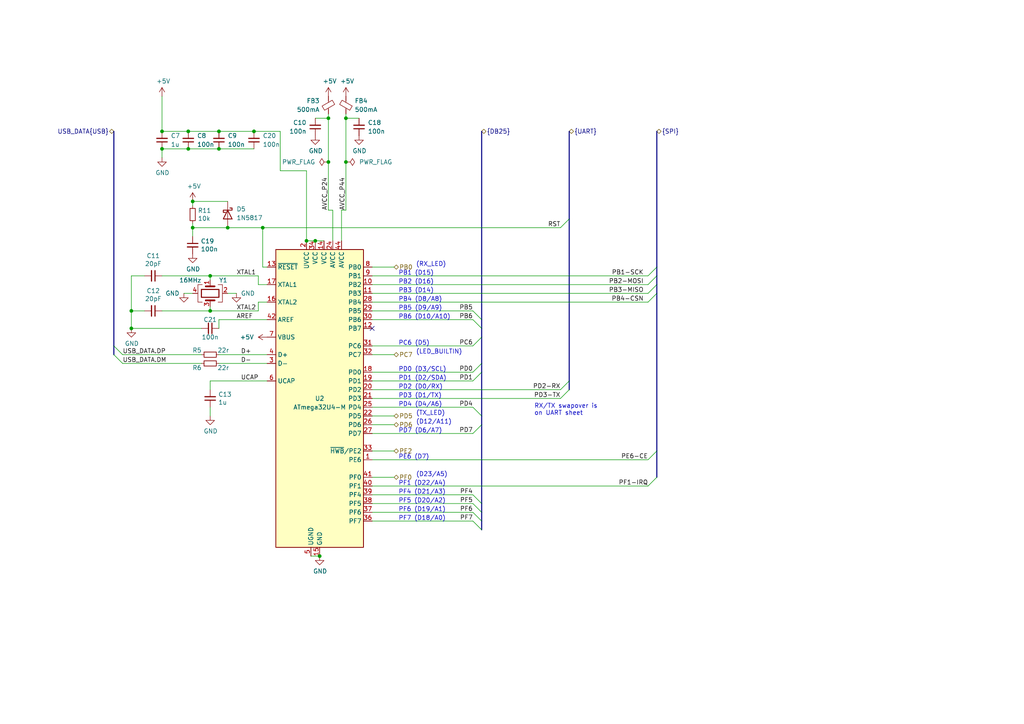
<source format=kicad_sch>
(kicad_sch (version 20211123) (generator eeschema)
  (paper "A4")
  (title_block (title "OpenRetroPad") (date "2022-12-29") (rev "2") (comment 3 "github.com/OpenRetroPad") (comment 4 "ATmega32u4"))
  (lib_symbols
    (symbol "Device:C_Small" (pin_numbers hide) (pin_names (offset 0.254) hide)
      (property "Reference" "C" (at 0.254 1.778 0))
      (property "Value" "C_Small" (at 0.254 -2.032 0))
      (symbol "C_Small_0_1"
        (polyline (pts (xy -1.524 -0.508) (xy 1.524 -0.508)) (stroke (width 0.3302)))
        (polyline (pts (xy -1.524 0.508) (xy 1.524 0.508)) (stroke (width 0.3048)))
      )
      (symbol "C_Small_1_1"
        (pin passive line (at 0 2.54 270) (length 2.032) (name "~") (number "1"))
        (pin passive line (at 0 -2.54 90) (length 2.032) (name "~") (number "2"))
      )
    )
    (symbol "Device:Crystal_GND24" (pin_names (offset 1.016) hide)
      (property "Reference" "Y" (at 3.175 5.08 0))
      (property "Value" "Crystal_GND24" (at 3.175 3.175 0))
      (symbol "Crystal_GND24_0_1"
        (rectangle (start -1.143 2.54) (end 1.143 -2.54) (stroke (width 0.3048)))
        (polyline (pts (xy -2.54 0) (xy -2.032 0)))
        (polyline (pts (xy -2.032 -1.27) (xy -2.032 1.27)) (stroke (width 0.508)))
        (polyline (pts (xy 0 -3.81) (xy 0 -3.556)))
        (polyline (pts (xy 0 3.556) (xy 0 3.81)))
        (polyline (pts (xy 2.032 -1.27) (xy 2.032 1.27)) (stroke (width 0.508)))
        (polyline (pts (xy 2.032 0) (xy 2.54 0)))
        (polyline (pts (xy -2.54 -2.286) (xy -2.54 -3.556) (xy 2.54 -3.556) (xy 2.54 -2.286)))
        (polyline (pts (xy -2.54 2.286) (xy -2.54 3.556) (xy 2.54 3.556) (xy 2.54 2.286)))
      )
      (symbol "Crystal_GND24_1_1"
        (pin passive line (at -3.81 0 0) (length 1.27) (name "1") (number "1"))
        (pin passive line (at 0 5.08 270) (length 1.27) (name "2") (number "2"))
        (pin passive line (at 3.81 0 180) (length 1.27) (name "3") (number "3"))
        (pin passive line (at 0 -5.08 90) (length 1.27) (name "4") (number "4"))
      )
    )
    (symbol "Device:FerriteBead_Small" (pin_numbers hide) (pin_names (offset 0))
      (property "Reference" "FB" (at 1.905 1.27 0))
      (property "Value" "FerriteBead_Small" (at 1.905 -1.27 0))
      (symbol "FerriteBead_Small_0_1"
        (polyline (pts (xy 0 -1.27) (xy 0 -0.7874)))
        (polyline (pts (xy 0 0.889) (xy 0 1.2954)))
        (polyline (pts (xy -1.8288 0.2794) (xy -1.1176 1.4986) (xy 1.8288 -0.2032) (xy 1.1176 -1.4224) (xy -1.8288 0.2794)))
      )
      (symbol "FerriteBead_Small_1_1"
        (pin passive line (at 0 2.54 270) (length 1.27) (name "~") (number "1"))
        (pin passive line (at 0 -2.54 90) (length 1.27) (name "~") (number "2"))
      )
    )
    (symbol "Device:R_Small" (pin_numbers hide) (pin_names (offset 0.254) hide)
      (property "Reference" "R" (at 0.762 0.508 0))
      (property "Value" "R_Small" (at 0.762 -1.016 0))
      (symbol "R_Small_0_1"
        (rectangle (start -0.762 1.778) (end 0.762 -1.778) (stroke (width 0.2032)))
      )
      (symbol "R_Small_1_1"
        (pin passive line (at 0 2.54 270) (length 0.762) (name "~") (number "1"))
        (pin passive line (at 0 -2.54 90) (length 0.762) (name "~") (number "2"))
      )
    )
    (symbol "Diode:1N5817" (pin_numbers hide) (pin_names (offset 1.016) hide)
      (property "Reference" "D" (at 0 2.54 0))
      (property "Value" "1N5817" (at 0 -2.54 0))
      (symbol "1N5817_0_1"
        (polyline (pts (xy 1.27 0) (xy -1.27 0)))
        (polyline (pts (xy 1.27 1.27) (xy 1.27 -1.27) (xy -1.27 0) (xy 1.27 1.27)) (stroke (width 0.254)))
        (polyline (pts (xy -1.905 0.635) (xy -1.905 1.27) (xy -1.27 1.27) (xy -1.27 -1.27) (xy -0.635 -1.27) (xy -0.635 -0.635)) (stroke (width 0.254)))
      )
      (symbol "1N5817_1_1"
        (pin passive line (at -3.81 0 0) (length 2.54) (name "K") (number "1"))
        (pin passive line (at 3.81 0 180) (length 2.54) (name "A") (number "2"))
      )
    )
    (symbol "OpenRetroPad:ATmega32U4-M"
      (property "Reference" "U2" (at 0 0 0))
      (property "Value" "ATmega32U4-M" (at 0 -2.54 0))
      (symbol "ATmega32U4-M_0_1"
        (rectangle (start -12.7 -43.18) (end 12.7 43.18) (stroke (width 0.254)) (fill (type background)))
      )
      (symbol "ATmega32U4-M_1_1"
        (pin bidirectional line (at 15.24 -17.78 180) (length 2.54) (name "PE6") (number "1"))
        (pin bidirectional line (at 15.24 33.02 180) (length 2.54) (name "PB2") (number "10"))
        (pin bidirectional line (at 15.24 30.48 180) (length 2.54) (name "PB3") (number "11"))
        (pin bidirectional line (at 15.24 20.32 180) (length 2.54) (name "PB7") (number "12"))
        (pin input line (at -15.24 38.1 0) (length 2.54) (name "~{RESET}") (number "13"))
        (pin power_in line (at 1.27 45.72 270) (length 2.54) (name "VCC") (number "14"))
        (pin power_in line (at 0 -45.72 90) (length 2.54) (name "GND") (number "15"))
        (pin output line (at -15.24 27.94 0) (length 2.54) (name "XTAL2") (number "16"))
        (pin input line (at -15.24 33.02 0) (length 2.54) (name "XTAL1") (number "17"))
        (pin bidirectional line (at 15.24 7.62 180) (length 2.54) (name "PD0") (number "18"))
        (pin bidirectional line (at 15.24 5.08 180) (length 2.54) (name "PD1") (number "19"))
        (pin power_in line (at -3.81 45.72 270) (length 2.54) (name "UVCC") (number "2"))
        (pin bidirectional line (at 15.24 2.54 180) (length 2.54) (name "PD2") (number "20"))
        (pin bidirectional line (at 15.24 0 180) (length 2.54) (name "PD3") (number "21"))
        (pin bidirectional line (at 15.24 -5.08 180) (length 2.54) (name "PD5") (number "22"))
        (pin passive line (at 0 -45.72 90) (length 2.54) hide (name "GND") (number "23"))
        (pin power_in line (at 3.81 45.72 270) (length 2.54) (name "AVCC") (number "24"))
        (pin bidirectional line (at 15.24 -2.54 180) (length 2.54) (name "PD4") (number "25"))
        (pin bidirectional line (at 15.24 -7.62 180) (length 2.54) (name "PD6") (number "26"))
        (pin bidirectional line (at 15.24 -10.16 180) (length 2.54) (name "PD7") (number "27"))
        (pin bidirectional line (at 15.24 27.94 180) (length 2.54) (name "PB4") (number "28"))
        (pin bidirectional line (at 15.24 25.4 180) (length 2.54) (name "PB5") (number "29"))
        (pin bidirectional line (at -15.24 10.16 0) (length 2.54) (name "D-") (number "3"))
        (pin bidirectional line (at 15.24 22.86 180) (length 2.54) (name "PB6") (number "30"))
        (pin bidirectional line (at 15.24 15.24 180) (length 2.54) (name "PC6") (number "31"))
        (pin bidirectional line (at 15.24 12.7 180) (length 2.54) (name "PC7") (number "32"))
        (pin bidirectional line (at 15.24 -15.24 180) (length 2.54) (name "~{HWB}/PE2") (number "33"))
        (pin power_in line (at -1.27 45.72 270) (length 2.54) (name "VCC") (number "34"))
        (pin passive line (at 0 -45.72 90) (length 2.54) hide (name "GND") (number "35"))
        (pin bidirectional line (at 15.24 -35.56 180) (length 2.54) (name "PF7") (number "36"))
        (pin bidirectional line (at 15.24 -33.02 180) (length 2.54) (name "PF6") (number "37"))
        (pin bidirectional line (at 15.24 -30.48 180) (length 2.54) (name "PF5") (number "38"))
        (pin bidirectional line (at 15.24 -27.94 180) (length 2.54) (name "PF4") (number "39"))
        (pin bidirectional line (at -15.24 12.7 0) (length 2.54) (name "D+") (number "4"))
        (pin bidirectional line (at 15.24 -25.4 180) (length 2.54) (name "PF1") (number "40"))
        (pin bidirectional line (at 15.24 -22.86 180) (length 2.54) (name "PF0") (number "41"))
        (pin passive line (at -15.24 22.86 0) (length 2.54) (name "AREF") (number "42"))
        (pin passive line (at 0 -45.72 90) (length 2.54) hide (name "GND") (number "43"))
        (pin power_in line (at 6.35 45.72 270) (length 2.54) (name "AVCC") (number "44"))
        (pin passive line (at -2.54 -45.72 90) (length 2.54) (name "UGND") (number "5"))
        (pin passive line (at -15.24 5.08 0) (length 2.54) (name "UCAP") (number "6"))
        (pin input line (at -15.24 17.78 0) (length 2.54) (name "VBUS") (number "7"))
        (pin bidirectional line (at 15.24 38.1 180) (length 2.54) (name "PB0") (number "8"))
        (pin bidirectional line (at 15.24 35.56 180) (length 2.54) (name "PB1") (number "9"))
      )
    )
    (symbol "power:+5V" (power) (pin_names (offset 0))
      (property "Value" "+5V" (at 0 3.556 0))
      (symbol "+5V_0_1"
        (polyline (pts (xy -0.762 1.27) (xy 0 2.54)))
        (polyline (pts (xy 0 0) (xy 0 2.54)))
        (polyline (pts (xy 0 2.54) (xy 0.762 1.27)))
      )
      (symbol "+5V_1_1"
        (pin power_in line (at 0 0 90) (length 0) hide (name "+5V") (number "1"))
      )
    )
    (symbol "power:GND" (power) (pin_names (offset 0))
      (property "Value" "GND" (at 0 -3.81 0))
      (symbol "GND_0_1"
        (polyline (pts (xy 0 0) (xy 0 -1.27) (xy 1.27 -1.27) (xy 0 -2.54) (xy -1.27 -1.27) (xy 0 -1.27)))
      )
      (symbol "GND_1_1"
        (pin power_in line (at 0 0 270) (length 0) hide (name "GND") (number "1"))
      )
    )
    (symbol "power:PWR_FLAG" (power) (pin_numbers hide) (pin_names (offset 0) hide)
      (property "Value" "PWR_FLAG" (at 0 3.81 0))
      (symbol "PWR_FLAG_0_0"
        (pin power_out line (at 0 0 90) (length 0) (name "pwr") (number "1"))
      )
      (symbol "PWR_FLAG_0_1"
        (polyline (pts (xy 0 0) (xy 0 1.27) (xy -1.016 1.905) (xy 0 2.54) (xy 1.016 1.905) (xy 0 1.27)))
      )
    )
  )
  (junction (at 63.5 43.18))
  (junction (at 95.25 46.99))
  (junction (at 38.1 95.25))
  (junction (at 92.71 161.29))
  (junction (at 55.88 58.42))
  (junction (at 88.9 69.85))
  (junction (at 46.99 43.18))
  (junction (at 63.5 38.1))
  (junction (at 73.66 38.1))
  (junction (at 55.88 66.04))
  (junction (at 100.33 46.99))
  (junction (at 60.96 90.17))
  (junction (at 60.96 80.01))
  (junction (at 66.04 66.04))
  (junction (at 54.61 43.18))
  (junction (at 46.99 38.1))
  (junction (at 54.61 38.1))
  (junction (at 100.33 34.29))
  (junction (at 95.25 34.29))
  (junction (at 38.1 90.17))
  (junction (at 76.2 66.04))
  (junction (at 91.44 69.85))
  (no_connect (at 107.95 95.25))
  (bus_entry (at 187.96 80.01) (size 2.54 -2.54))
  (bus_entry (at 187.96 82.55) (size 2.54 -2.54))
  (bus_entry (at 162.56 115.57) (size 2.54 -2.54))
  (bus_entry (at 187.96 140.97) (size 2.54 -2.54))
  (bus_entry (at 139.7 95.25) (size -2.54 -2.54))
  (bus_entry (at 33.02 102.87) (size 2.54 2.54))
  (bus_entry (at 187.96 87.63) (size 2.54 -2.54))
  (bus_entry (at 139.7 92.71) (size -2.54 -2.54))
  (bus_entry (at 187.96 133.35) (size 2.54 -2.54))
  (bus_entry (at 137.16 125.73) (size 2.54 -2.54))
  (bus_entry (at 139.7 153.67) (size -2.54 -2.54))
  (bus_entry (at 162.56 66.04) (size 2.54 -2.54))
  (bus_entry (at 139.7 97.79) (size -2.54 2.54))
  (bus_entry (at 33.02 100.33) (size 2.54 2.54))
  (bus_entry (at 139.7 120.65) (size -2.54 -2.54))
  (bus_entry (at 162.56 113.03) (size 2.54 -2.54))
  (bus_entry (at 139.7 105.41) (size -2.54 2.54))
  (bus_entry (at 139.7 107.95) (size -2.54 2.54))
  (bus_entry (at 139.7 148.59) (size -2.54 -2.54))
  (bus_entry (at 139.7 146.05) (size -2.54 -2.54))
  (bus_entry (at 139.7 151.13) (size -2.54 -2.54))
  (bus_entry (at 187.96 85.09) (size 2.54 -2.54))
  (wire (pts (xy 88.9 49.53) (xy 81.28 49.53)))
  (wire (pts (xy 95.25 46.99) (xy 95.25 60.96)))
  (wire (pts (xy 55.88 64.77) (xy 55.88 66.04)))
  (wire (pts (xy 100.33 34.29) (xy 104.14 34.29)))
  (wire (pts (xy 81.28 38.1) (xy 81.28 49.53)))
  (wire (pts (xy 107.95 133.35) (xy 187.96 133.35)))
  (wire (pts (xy 107.95 80.01) (xy 187.96 80.01)))
  (bus (pts (xy 139.7 38.1) (xy 139.7 92.71)))
  (wire (pts (xy 63.5 92.71) (xy 63.5 95.25)))
  (wire (pts (xy 107.95 143.51) (xy 137.16 143.51)))
  (wire (pts (xy 63.5 102.87) (xy 77.47 102.87)))
  (bus (pts (xy 190.5 85.09) (xy 190.5 130.81)))
  (bus (pts (xy 165.1 38.1) (xy 165.1 63.5)))
  (wire (pts (xy 74.93 82.55) (xy 77.47 82.55)))
  (wire (pts (xy 60.96 90.17) (xy 74.93 90.17)))
  (wire (pts (xy 74.93 90.17) (xy 74.93 87.63)))
  (bus (pts (xy 165.1 110.49) (xy 165.1 113.03)))
  (wire (pts (xy 76.2 66.04) (xy 162.56 66.04)))
  (wire (pts (xy 107.95 140.97) (xy 187.96 140.97)))
  (wire (pts (xy 46.99 38.1) (xy 54.61 38.1)))
  (bus (pts (xy 190.5 82.55) (xy 190.5 85.09)))
  (wire (pts (xy 107.95 113.03) (xy 162.56 113.03)))
  (wire (pts (xy 96.52 60.96) (xy 96.52 69.85)))
  (wire (pts (xy 100.33 46.99) (xy 100.33 60.96)))
  (wire (pts (xy 107.95 77.47) (xy 114.3 77.47)))
  (wire (pts (xy 90.17 161.29) (xy 92.71 161.29)))
  (wire (pts (xy 107.95 146.05) (xy 137.16 146.05)))
  (wire (pts (xy 107.95 115.57) (xy 162.56 115.57)))
  (wire (pts (xy 107.95 125.73) (xy 137.16 125.73)))
  (wire (pts (xy 107.95 85.09) (xy 187.96 85.09)))
  (wire (pts (xy 63.5 43.18) (xy 73.66 43.18)))
  (wire (pts (xy 95.25 34.29) (xy 95.25 46.99)))
  (wire (pts (xy 41.91 90.17) (xy 38.1 90.17)))
  (bus (pts (xy 139.7 107.95) (xy 139.7 120.65)))
  (wire (pts (xy 53.34 85.09) (xy 55.88 85.09)))
  (wire (pts (xy 76.2 77.47) (xy 76.2 66.04)))
  (bus (pts (xy 190.5 80.01) (xy 190.5 82.55)))
  (wire (pts (xy 100.33 34.29) (xy 100.33 46.99)))
  (wire (pts (xy 107.95 151.13) (xy 137.16 151.13)))
  (bus (pts (xy 139.7 151.13) (xy 139.7 153.67)))
  (wire (pts (xy 95.25 33.02) (xy 95.25 34.29)))
  (wire (pts (xy 107.95 148.59) (xy 137.16 148.59)))
  (wire (pts (xy 35.56 102.87) (xy 58.42 102.87)))
  (bus (pts (xy 139.7 123.19) (xy 139.7 146.05)))
  (wire (pts (xy 91.44 34.29) (xy 95.25 34.29)))
  (wire (pts (xy 107.95 130.81) (xy 114.3 130.81)))
  (wire (pts (xy 88.9 69.85) (xy 88.9 49.53)))
  (wire (pts (xy 100.33 33.02) (xy 100.33 34.29)))
  (bus (pts (xy 139.7 92.71) (xy 139.7 95.25)))
  (bus (pts (xy 33.02 100.33) (xy 33.02 102.87)))
  (wire (pts (xy 107.95 102.87) (xy 114.3 102.87)))
  (wire (pts (xy 55.88 58.42) (xy 55.88 59.69)))
  (wire (pts (xy 107.95 100.33) (xy 137.16 100.33)))
  (bus (pts (xy 139.7 148.59) (xy 139.7 151.13)))
  (wire (pts (xy 38.1 90.17) (xy 38.1 95.25)))
  (wire (pts (xy 46.99 43.18) (xy 54.61 43.18)))
  (bus (pts (xy 139.7 105.41) (xy 139.7 107.95)))
  (wire (pts (xy 100.33 60.96) (xy 99.06 60.96)))
  (wire (pts (xy 60.96 80.01) (xy 74.93 80.01)))
  (wire (pts (xy 107.95 120.65) (xy 114.3 120.65)))
  (wire (pts (xy 54.61 43.18) (xy 63.5 43.18)))
  (bus (pts (xy 33.02 38.1) (xy 33.02 100.33)))
  (wire (pts (xy 46.99 27.94) (xy 46.99 38.1)))
  (wire (pts (xy 107.95 107.95) (xy 137.16 107.95)))
  (wire (pts (xy 107.95 118.11) (xy 137.16 118.11)))
  (wire (pts (xy 55.88 66.04) (xy 55.88 68.58)))
  (wire (pts (xy 95.25 60.96) (xy 96.52 60.96)))
  (bus (pts (xy 139.7 146.05) (xy 139.7 148.59)))
  (wire (pts (xy 107.95 123.19) (xy 114.3 123.19)))
  (wire (pts (xy 60.96 120.65) (xy 60.96 118.11)))
  (wire (pts (xy 38.1 95.25) (xy 58.42 95.25)))
  (wire (pts (xy 107.95 92.71) (xy 137.16 92.71)))
  (bus (pts (xy 139.7 120.65) (xy 139.7 123.19)))
  (wire (pts (xy 66.04 58.42) (xy 55.88 58.42)))
  (wire (pts (xy 38.1 80.01) (xy 38.1 90.17)))
  (wire (pts (xy 73.66 38.1) (xy 81.28 38.1)))
  (wire (pts (xy 46.99 90.17) (xy 60.96 90.17)))
  (wire (pts (xy 107.95 90.17) (xy 137.16 90.17)))
  (bus (pts (xy 190.5 130.81) (xy 190.5 138.43)))
  (wire (pts (xy 60.96 88.9) (xy 60.96 90.17)))
  (wire (pts (xy 88.9 69.85) (xy 91.44 69.85)))
  (wire (pts (xy 55.88 66.04) (xy 66.04 66.04)))
  (wire (pts (xy 63.5 38.1) (xy 73.66 38.1)))
  (bus (pts (xy 139.7 97.79) (xy 139.7 105.41)))
  (wire (pts (xy 74.93 87.63) (xy 77.47 87.63)))
  (wire (pts (xy 35.56 105.41) (xy 58.42 105.41)))
  (bus (pts (xy 139.7 95.25) (xy 139.7 97.79)))
  (wire (pts (xy 77.47 110.49) (xy 60.96 110.49)))
  (wire (pts (xy 107.95 110.49) (xy 137.16 110.49)))
  (wire (pts (xy 54.61 38.1) (xy 63.5 38.1)))
  (wire (pts (xy 60.96 80.01) (xy 60.96 81.28)))
  (wire (pts (xy 91.44 69.85) (xy 93.98 69.85)))
  (wire (pts (xy 107.95 82.55) (xy 187.96 82.55)))
  (wire (pts (xy 63.5 105.41) (xy 77.47 105.41)))
  (bus (pts (xy 190.5 77.47) (xy 190.5 80.01)))
  (wire (pts (xy 66.04 66.04) (xy 76.2 66.04)))
  (wire (pts (xy 77.47 92.71) (xy 63.5 92.71)))
  (bus (pts (xy 190.5 38.1) (xy 190.5 77.47)))
  (wire (pts (xy 107.95 87.63) (xy 187.96 87.63)))
  (bus (pts (xy 165.1 63.5) (xy 165.1 110.49)))
  (wire (pts (xy 60.96 110.49) (xy 60.96 113.03)))
  (wire (pts (xy 46.99 80.01) (xy 60.96 80.01)))
  (wire (pts (xy 66.04 85.09) (xy 68.58 85.09)))
  (wire (pts (xy 74.93 80.01) (xy 74.93 82.55)))
  (wire (pts (xy 107.95 138.43) (xy 114.3 138.43)))
  (wire (pts (xy 77.47 77.47) (xy 76.2 77.47)))
  (wire (pts (xy 41.91 80.01) (xy 38.1 80.01)))
  (wire (pts (xy 99.06 60.96) (xy 99.06 69.85)))
  (wire (pts (xy 46.99 45.72) (xy 46.99 43.18)))
  (text "PD4 (D4/A6)" (at 115.57 118.11 0) (effects (font (size 1.27 1.27)) (justify left bottom)))
  (text "PD3 (D1/TX)" (at 115.57 115.57 0) (effects (font (size 1.27 1.27)) (justify left bottom)))
  (text "PD0 (D3/SCL)" (at 115.57 107.95 0) (effects (font (size 1.27 1.27)) (justify left bottom)))
  (text "(D23/A5)" (at 120.65 138.43 0) (effects (font (size 1.27 1.27)) (justify left bottom)))
  (text "PB6 (D10/A10)" (at 115.57 92.71 0) (effects (font (size 1.27 1.27)) (justify left bottom)))
  (text "PD1 (D2/SDA)" (at 115.57 110.49 0) (effects (font (size 1.27 1.27)) (justify left bottom)))
  (text "(D12/A11)" (at 120.65 123.19 0) (effects (font (size 1.27 1.27)) (justify left bottom)))
  (text "PB1 (D15)" (at 115.57 80.01 0) (effects (font (size 1.27 1.27)) (justify left bottom)))
  (text "RX/TX swapover is\non UART sheet" (at 154.94 120.65 0) (effects (font (size 1.27 1.27)) (justify left bottom)))
  (text "PB3 (D14)" (at 115.57 85.09 0) (effects (font (size 1.27 1.27)) (justify left bottom)))
  (text "(LED_BUILTIN)" (at 120.65 102.87 0) (effects (font (size 1.27 1.27)) (justify left bottom)))
  (text "PF1 (D22/A4)" (at 115.57 140.97 0) (effects (font (size 1.27 1.27)) (justify left bottom)))
  (text "PB2 (D16)" (at 115.57 82.55 0) (effects (font (size 1.27 1.27)) (justify left bottom)))
  (text "PE6 (D7)" (at 115.57 133.35 0) (effects (font (size 1.27 1.27)) (justify left bottom)))
  (text "PD7 (D6/A7)" (at 115.57 125.73 0) (effects (font (size 1.27 1.27)) (justify left bottom)))
  (text "(RX_LED)" (at 120.65 77.47 0) (effects (font (size 1.27 1.27)) (justify left bottom)))
  (text "PF6 (D19/A1)" (at 115.57 148.59 0) (effects (font (size 1.27 1.27)) (justify left bottom)))
  (text "PF5 (D20/A2)" (at 115.57 146.05 0) (effects (font (size 1.27 1.27)) (justify left bottom)))
  (text "PF4 (D21/A3)" (at 115.57 143.51 0) (effects (font (size 1.27 1.27)) (justify left bottom)))
  (text "PB4 (D8/A8)" (at 115.57 87.63 0) (effects (font (size 1.27 1.27)) (justify left bottom)))
  (text "PB5 (D9/A9)" (at 115.57 90.17 0) (effects (font (size 1.27 1.27)) (justify left bottom)))
  (text "PC6 (D5)" (at 115.57 100.33 0) (effects (font (size 1.27 1.27)) (justify left bottom)))
  (text "PF7 (D18/A0)" (at 115.57 151.13 0) (effects (font (size 1.27 1.27)) (justify left bottom)))
  (text "PD2 (D0/RX)" (at 115.57 113.03 0) (effects (font (size 1.27 1.27)) (justify left bottom)))
  (text "(TX_LED)" (at 120.65 120.65 0) (effects (font (size 1.27 1.27)) (justify left bottom)))
  (label "PF7" (at 137.16 151.13 180))
  (label "PB4-CSN" (at 186.69 87.63 180))
  (label "PC6" (at 137.16 100.33 180))
  (label "AVCC_P24" (at 95.25 60.96 90))
  (label "PD3-TX" (at 162.56 115.57 180))
  (label "PD4" (at 137.16 118.11 180))
  (label "USB_DATA.DP" (at 35.56 102.87 0))
  (label "PB1-SCK" (at 186.69 80.01 180))
  (label "PF6" (at 137.16 148.59 180))
  (label "RST" (at 162.56 66.04 180))
  (label "XTAL1" (at 68.58 80.01 0))
  (label "PD2-RX" (at 162.56 113.03 180))
  (label "PE6-CE" (at 187.96 133.35 180))
  (label "AVCC_P44" (at 100.33 60.96 90))
  (label "D-" (at 69.85 105.41 0))
  (label "USB_DATA.DM" (at 35.56 105.41 0))
  (label "XTAL2" (at 68.58 90.17 0))
  (label "AREF" (at 68.58 92.71 0))
  (label "PD0" (at 137.16 107.95 180))
  (label "PD7" (at 137.16 125.73 180))
  (label "PF4" (at 137.16 143.51 180))
  (label "UCAP" (at 69.85 110.49 0))
  (label "PD1" (at 137.16 110.49 180))
  (label "PB3-MISO" (at 186.69 85.09 180))
  (label "PF1-IRQ" (at 187.96 140.97 180))
  (label "PB2-MOSI" (at 186.69 82.55 180))
  (label "D+" (at 69.85 102.87 0))
  (label "PB6" (at 137.16 92.71 180))
  (label "PF5" (at 137.16 146.05 180))
  (label "PB5" (at 137.16 90.17 180))
  (hierarchical_label "PC7" (shape bidirectional) (at 114.3 102.87 0))
  (hierarchical_label "USB_DATA{USB}" (shape bidirectional) (at 33.02 38.1 180))
  (hierarchical_label "PD6" (shape bidirectional) (at 114.3 123.19 0))
  (hierarchical_label "{UART}" (shape bidirectional) (at 165.1 38.1 0))
  (hierarchical_label "PB0" (shape bidirectional) (at 114.3 77.47 0))
  (hierarchical_label "PD5" (shape bidirectional) (at 114.3 120.65 0))
  (hierarchical_label "PF0" (shape bidirectional) (at 114.3 138.43 0))
  (hierarchical_label "{SPI}" (shape bidirectional) (at 190.5 38.1 0))
  (hierarchical_label "{DB25}" (shape bidirectional) (at 139.7 38.1 0))
  (hierarchical_label "PE2" (shape bidirectional) (at 114.3 130.81 0))
  (symbol (lib_id "Device:C_Small") (at 104.14 36.83 0) (mirror x) (unit 1)
    (property "Reference" "C18" (at 106.68 35.56 0) (effects (justify left)))
    (property "Value" "100n" (at 106.68 38.1 0) (effects (justify left)))
    (property "Footprint" "Capacitor_SMD:C_0603_1608Metric" (effects hide))
  )
  (symbol (lib_id "Device:R_Small") (at 60.96 102.87 270) (unit 1)
    (property "Reference" "R5" (at 57.15 101.6 90))
    (property "Value" "22r" (at 64.77 101.6 90))
    (property "Footprint" "Resistor_SMD:R_0603_1608Metric" (effects hide))
  )
  (symbol (lib_id "Device:C_Small") (at 55.88 71.12 0) (unit 1)
    (property "Reference" "C19" (at 58.2168 69.9516 0) (effects (justify left)))
    (property "Value" "100n" (at 58.2168 72.263 0) (effects (justify left)))
    (property "Footprint" "Capacitor_SMD:C_0603_1608Metric" (effects hide))
  )
  (symbol (lib_id "Device:C_Small") (at 54.61 40.64 0) (mirror x) (unit 1)
    (property "Reference" "C8" (at 57.15 39.37 0) (effects (justify left)))
    (property "Value" "100n" (at 57.15 41.91 0) (effects (justify left)))
    (property "Footprint" "Capacitor_SMD:C_0603_1608Metric" (effects hide))
  )
  (symbol (lib_id "Device:C_Small") (at 60.96 115.57 180) (unit 1)
    (property "Reference" "C13" (at 63.2968 114.4016 0) (effects (justify right)))
    (property "Value" "1u" (at 63.2968 116.713 0) (effects (justify right)))
    (property "Footprint" "Capacitor_SMD:C_0603_1608Metric" (effects hide))
  )
  (symbol (lib_id "Device:C_Small") (at 63.5 40.64 0) (mirror x) (unit 1)
    (property "Reference" "C9" (at 66.04 39.37 0) (effects (justify left)))
    (property "Value" "100n" (at 66.04 41.91 0) (effects (justify left)))
    (property "Footprint" "Capacitor_SMD:C_0603_1608Metric" (effects hide))
  )
  (symbol (lib_id "power:PWR_FLAG") (at 95.25 46.99 90) (unit 1)
    (property "Reference" "#FLG04" (effects hide))
    (property "Value" "PWR_FLAG" (at 91.44 46.9899 90) (effects (justify left)))
  )
  (symbol (lib_id "power:+5V") (at 77.47 97.79 90) (unit 1)
    (property "Reference" "#PWR0102" (effects hide))
    (property "Value" "+5V" (at 73.66 97.7899 90) (effects (justify left)))
  )
  (symbol (lib_id "power:GND") (at 92.71 161.29 0) (unit 1)
    (property "Reference" "#PWR016" (effects hide))
    (property "Value" "GND" (at 92.837 165.6842 0))
  )
  (symbol (lib_id "Device:C_Small") (at 60.96 95.25 270) (unit 1)
    (property "Reference" "C21" (at 60.96 92.71 90))
    (property "Value" "100n" (at 60.96 97.79 90))
    (property "Footprint" "Capacitor_SMD:C_0603_1608Metric" (effects hide))
  )
  (symbol (lib_id "Device:R_Small") (at 55.88 62.23 0) (unit 1)
    (property "Reference" "R11" (at 57.3786 61.0616 0) (effects (justify left)))
    (property "Value" "10k" (at 57.3786 63.373 0) (effects (justify left)))
    (property "Footprint" "Resistor_SMD:R_0603_1608Metric" (effects hide))
  )
  (symbol (lib_id "power:+5V") (at 46.99 27.94 0) (unit 1)
    (property "Reference" "#PWR08" (effects hide))
    (property "Value" "+5V" (at 47.371 23.5458 0))
  )
  (symbol (lib_id "power:GND") (at 55.88 73.66 0) (unit 1)
    (property "Reference" "#PWR037" (effects hide))
    (property "Value" "GND" (at 56.007 78.0542 0))
  )
  (symbol (lib_id "Device:C_Small") (at 44.45 80.01 270) (unit 1)
    (property "Reference" "C11" (at 44.45 74.1934 90))
    (property "Value" "20pF" (at 44.45 76.5048 90))
    (property "Footprint" "Capacitor_SMD:C_0603_1608Metric" (effects hide))
  )
  (symbol (lib_id "power:GND") (at 91.44 39.37 0) (unit 1)
    (property "Reference" "#PWR010" (effects hide))
    (property "Value" "GND" (at 91.567 43.7642 0))
  )
  (symbol (lib_id "power:GND") (at 104.14 39.37 0) (unit 1)
    (property "Reference" "#PWR038" (effects hide))
    (property "Value" "GND" (at 104.267 43.7642 0))
  )
  (symbol (lib_id "OpenRetroPad:ATmega32U4-M") (at 92.71 115.57 0) (unit 1)
    (property "Reference" "U2" (at 92.71 115.57 0))
    (property "Value" "ATmega32U4-M" (at 92.71 118.11 0))
    (property "Footprint" "Package_QFP:TQFP-44_10x10mm_P0.8mm" (effects hide))
    (property "Datasheet" "http://ww1.microchip.com/downloads/en/DeviceDoc/Atmel-7766-8-bit-AVR-ATmega16U4-32U4_Datasheet.pdf" (effects hide))
  )
  (symbol (lib_id "Device:C_Small") (at 44.45 90.17 270) (unit 1)
    (property "Reference" "C12" (at 44.45 84.3534 90))
    (property "Value" "20pF" (at 44.45 86.6648 90))
    (property "Footprint" "Capacitor_SMD:C_0603_1608Metric" (effects hide))
  )
  (symbol (lib_id "power:+5V") (at 100.33 27.94 0) (unit 1)
    (property "Reference" "#PWR026" (effects hide))
    (property "Value" "+5V" (at 100.711 23.5458 0))
  )
  (symbol (lib_id "Device:FerriteBead_Small") (at 95.25 30.48 0) (mirror x) (unit 1)
    (property "Reference" "FB3" (at 92.71 29.248 0) (effects (justify right)))
    (property "Value" "500mA" (at 92.71 31.788 0) (effects (justify right)))
    (property "Footprint" "Inductor_SMD:L_0603_1608Metric" (effects hide))
  )
  (symbol (lib_id "Device:Crystal_GND24") (at 60.96 85.09 270) (unit 1)
    (property "Reference" "Y1" (at 63.5 81.28 90) (effects (justify left)))
    (property "Value" "16MHz" (at 58.42 81.28 90) (effects (justify right)))
    (property "Footprint" "Crystal:Crystal_SMD_3225-4Pin_3.2x2.5mm" (effects hide))
  )
  (symbol (lib_id "Diode:1N5817") (at 66.04 62.23 270) (unit 1)
    (property "Reference" "D5" (at 68.58 60.6424 90) (effects (justify left)))
    (property "Value" "1N5817" (at 68.58 63.1824 90) (effects (justify left)))
    (property "Footprint" "Diode_SMD:D_SOD-323" (effects hide))
    (property "Datasheet" "http://www.vishay.com/docs/88525/1n5817.pdf" (effects hide))
  )
  (symbol (lib_id "power:PWR_FLAG") (at 100.33 46.99 270) (unit 1)
    (property "Reference" "#FLG05" (effects hide))
    (property "Value" "PWR_FLAG" (at 104.14 46.9899 90) (effects (justify left)))
  )
  (symbol (lib_id "power:GND") (at 60.96 120.65 0) (unit 1)
    (property "Reference" "#PWR015" (effects hide))
    (property "Value" "GND" (at 61.087 125.0442 0))
  )
  (symbol (lib_id "Device:C_Small") (at 73.66 40.64 0) (mirror x) (unit 1)
    (property "Reference" "C20" (at 76.2 39.37 0) (effects (justify left)))
    (property "Value" "100n" (at 76.2 41.91 0) (effects (justify left)))
    (property "Footprint" "Capacitor_SMD:C_0603_1608Metric" (effects hide))
  )
  (symbol (lib_id "Device:C_Small") (at 46.99 40.64 180) (unit 1)
    (property "Reference" "C7" (at 49.53 39.37 0) (effects (justify right)))
    (property "Value" "1u" (at 49.53 41.91 0) (effects (justify right)))
    (property "Footprint" "Capacitor_SMD:C_0603_1608Metric" (effects hide))
  )
  (symbol (lib_id "power:+5V") (at 95.25 27.94 0) (unit 1)
    (property "Reference" "#PWR024" (effects hide))
    (property "Value" "+5V" (at 95.631 23.5458 0))
  )
  (symbol (lib_id "power:GND") (at 46.99 45.72 0) (unit 1)
    (property "Reference" "#PWR09" (effects hide))
    (property "Value" "GND" (at 47.117 50.1142 0))
  )
  (symbol (lib_id "Device:R_Small") (at 60.96 105.41 270) (unit 1)
    (property "Reference" "R6" (at 57.15 106.68 90))
    (property "Value" "22r" (at 64.77 106.68 90))
    (property "Footprint" "Resistor_SMD:R_0603_1608Metric" (effects hide))
  )
  (symbol (lib_id "power:+5V") (at 55.88 58.42 0) (unit 1)
    (property "Reference" "#PWR036" (effects hide))
    (property "Value" "+5V" (at 56.261 54.0258 0))
  )
  (symbol (lib_id "Device:FerriteBead_Small") (at 100.33 30.48 180) (unit 1)
    (property "Reference" "FB4" (at 102.87 29.248 0) (effects (justify right)))
    (property "Value" "500mA" (at 102.87 31.788 0) (effects (justify right)))
    (property "Footprint" "Inductor_SMD:L_0603_1608Metric" (effects hide))
  )
  (symbol (lib_id "power:GND") (at 38.1 95.25 0) (unit 1)
    (property "Reference" "#PWR013" (effects hide))
    (property "Value" "GND" (at 38.227 99.6442 0))
  )
  (symbol (lib_id "power:GND") (at 68.58 85.09 0) (unit 1)
    (property "Reference" "#PWR012" (effects hide))
    (property "Value" "GND" (at 69.85 85.09 0) (effects (justify left)))
  )
  (symbol (lib_id "power:GND") (at 53.34 85.09 0) (unit 1)
    (property "Reference" "#PWR011" (effects hide))
    (property "Value" "GND" (at 52.07 85.09 0) (effects (justify right)))
  )
  (symbol (lib_id "Device:C_Small") (at 91.44 36.83 180) (unit 1)
    (property "Reference" "C10" (at 88.9 35.56 0) (effects (justify left)))
    (property "Value" "100n" (at 88.9 38.1 0) (effects (justify left)))
    (property "Footprint" "Capacitor_SMD:C_0603_1608Metric" (effects hide))
  )
)
</source>
